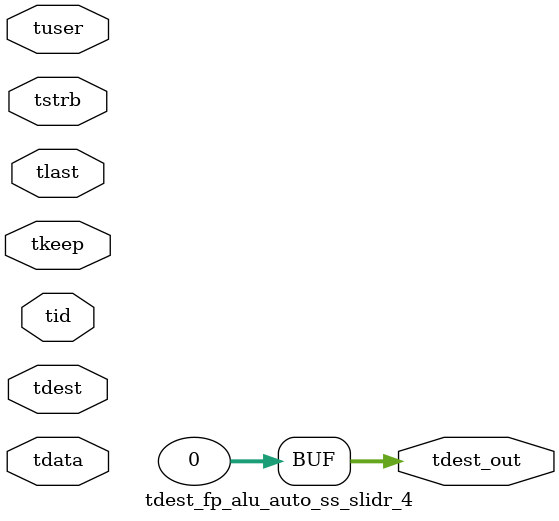
<source format=v>


`timescale 1ps/1ps

module tdest_fp_alu_auto_ss_slidr_4 #
(
parameter C_S_AXIS_TDATA_WIDTH = 32,
parameter C_S_AXIS_TUSER_WIDTH = 0,
parameter C_S_AXIS_TID_WIDTH   = 0,
parameter C_S_AXIS_TDEST_WIDTH = 0,
parameter C_M_AXIS_TDEST_WIDTH = 32
)
(
input  [(C_S_AXIS_TDATA_WIDTH == 0 ? 1 : C_S_AXIS_TDATA_WIDTH)-1:0     ] tdata,
input  [(C_S_AXIS_TUSER_WIDTH == 0 ? 1 : C_S_AXIS_TUSER_WIDTH)-1:0     ] tuser,
input  [(C_S_AXIS_TID_WIDTH   == 0 ? 1 : C_S_AXIS_TID_WIDTH)-1:0       ] tid,
input  [(C_S_AXIS_TDEST_WIDTH == 0 ? 1 : C_S_AXIS_TDEST_WIDTH)-1:0     ] tdest,
input  [(C_S_AXIS_TDATA_WIDTH/8)-1:0 ] tkeep,
input  [(C_S_AXIS_TDATA_WIDTH/8)-1:0 ] tstrb,
input                                                                    tlast,
output [C_M_AXIS_TDEST_WIDTH-1:0] tdest_out
);

assign tdest_out = {1'b0};

endmodule


</source>
